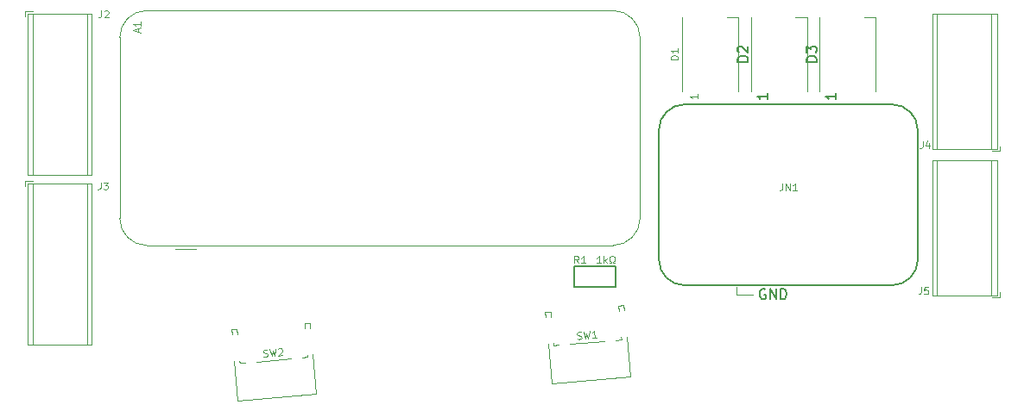
<source format=gbr>
%TF.GenerationSoftware,KiCad,Pcbnew,(5.1.10-1-10_14)*%
%TF.CreationDate,2021-07-05T16:23:29+02:00*%
%TF.ProjectId,cablebot_controller,6361626c-6562-46f7-945f-636f6e74726f,rev?*%
%TF.SameCoordinates,Original*%
%TF.FileFunction,Legend,Top*%
%TF.FilePolarity,Positive*%
%FSLAX46Y46*%
G04 Gerber Fmt 4.6, Leading zero omitted, Abs format (unit mm)*
G04 Created by KiCad (PCBNEW (5.1.10-1-10_14)) date 2021-07-05 16:23:29*
%MOMM*%
%LPD*%
G01*
G04 APERTURE LIST*
%ADD10C,0.120000*%
%ADD11C,0.150000*%
%ADD12C,0.127000*%
%ADD13C,0.100000*%
G04 APERTURE END LIST*
D10*
X150050000Y-80600000D02*
X151650000Y-80600000D01*
X150050000Y-79850000D02*
X150050000Y-80600000D01*
D11*
X152838095Y-80100000D02*
X152742857Y-80052380D01*
X152600000Y-80052380D01*
X152457142Y-80100000D01*
X152361904Y-80195238D01*
X152314285Y-80290476D01*
X152266666Y-80480952D01*
X152266666Y-80623809D01*
X152314285Y-80814285D01*
X152361904Y-80909523D01*
X152457142Y-81004761D01*
X152600000Y-81052380D01*
X152695238Y-81052380D01*
X152838095Y-81004761D01*
X152885714Y-80957142D01*
X152885714Y-80623809D01*
X152695238Y-80623809D01*
X153314285Y-81052380D02*
X153314285Y-80052380D01*
X153885714Y-81052380D01*
X153885714Y-80052380D01*
X154361904Y-81052380D02*
X154361904Y-80052380D01*
X154600000Y-80052380D01*
X154742857Y-80100000D01*
X154838095Y-80195238D01*
X154885714Y-80290476D01*
X154933333Y-80480952D01*
X154933333Y-80623809D01*
X154885714Y-80814285D01*
X154838095Y-80909523D01*
X154742857Y-81004761D01*
X154600000Y-81052380D01*
X154361904Y-81052380D01*
D10*
%TO.C,D3*%
X158175000Y-60625000D02*
X158175000Y-53325000D01*
X163675000Y-60625000D02*
X163675000Y-53325000D01*
X163675000Y-53325000D02*
X162525000Y-53325000D01*
%TO.C,D2*%
X151437500Y-60625000D02*
X151437500Y-53325000D01*
X156937500Y-60625000D02*
X156937500Y-53325000D01*
X156937500Y-53325000D02*
X155787500Y-53325000D01*
%TO.C,SW2*%
X106317552Y-86881627D02*
X102930490Y-87177956D01*
X107951311Y-86738691D02*
X107413366Y-86785755D01*
X100532059Y-84546982D02*
X100487609Y-84038922D01*
X101005630Y-83993601D02*
X100487609Y-84038922D01*
X101050080Y-84501661D02*
X101005630Y-83993601D01*
X101834676Y-87273828D02*
X101296731Y-87320892D01*
X108222682Y-83874139D02*
X108178232Y-83366080D01*
X107704660Y-83919460D02*
X107660211Y-83411401D01*
X101296731Y-87320892D02*
X101276685Y-87091767D01*
X108789194Y-90349405D02*
X108449287Y-86464246D01*
X108178232Y-83366080D02*
X107660211Y-83411401D01*
X101098571Y-91022247D02*
X100758664Y-87137088D01*
X108789194Y-90349405D02*
X101098571Y-91022247D01*
X107951311Y-86738691D02*
X107931265Y-86509567D01*
%TO.C,A1*%
X92190000Y-75770000D02*
X137910000Y-75770000D01*
X92190000Y-52690000D02*
X137910000Y-52690000D01*
X140560000Y-55340000D02*
X140560000Y-73120000D01*
X89540000Y-55340000D02*
X89540000Y-73120000D01*
X97000000Y-76090000D02*
X95000000Y-76090000D01*
X89540000Y-55340000D02*
G75*
G02*
X92190000Y-52690000I2650000J0D01*
G01*
X92190000Y-75770000D02*
G75*
G02*
X89540000Y-73120000I0J2650000D01*
G01*
X137910000Y-52690000D02*
G75*
G02*
X140560000Y-55340000I0J-2650000D01*
G01*
X140560000Y-73120000D02*
G75*
G02*
X137910000Y-75770000I-2650000J0D01*
G01*
%TO.C,J5*%
X175000000Y-80660000D02*
X175000000Y-67380000D01*
X169700000Y-80660000D02*
X169700000Y-67380000D01*
X169240000Y-80660000D02*
X169240000Y-67380000D01*
X175560000Y-80660000D02*
X175560000Y-67380000D01*
X169240000Y-80660000D02*
X175560000Y-80660000D01*
X169240000Y-67380000D02*
X175560000Y-67380000D01*
X175060000Y-80900000D02*
X175800000Y-80900000D01*
X175800000Y-80900000D02*
X175800000Y-80400000D01*
%TO.C,J4*%
X175000000Y-66270000D02*
X175000000Y-52990000D01*
X169700000Y-66270000D02*
X169700000Y-52990000D01*
X169240000Y-66270000D02*
X169240000Y-52990000D01*
X175560000Y-66270000D02*
X175560000Y-52990000D01*
X169240000Y-66270000D02*
X175560000Y-66270000D01*
X169240000Y-52990000D02*
X175560000Y-52990000D01*
X175060000Y-66510000D02*
X175800000Y-66510000D01*
X175800000Y-66510000D02*
X175800000Y-66010000D01*
%TO.C,J3*%
X81050000Y-69690000D02*
X81050000Y-85510000D01*
X86350000Y-69690000D02*
X86350000Y-85510000D01*
X86810000Y-69690000D02*
X86810000Y-85510000D01*
X80490000Y-69690000D02*
X80490000Y-85510000D01*
X86810000Y-69690000D02*
X80490000Y-69690000D01*
X86810000Y-85510000D02*
X80490000Y-85510000D01*
X80990000Y-69450000D02*
X80250000Y-69450000D01*
X80250000Y-69450000D02*
X80250000Y-69950000D01*
%TO.C,J2*%
X81050000Y-53015000D02*
X81050000Y-68835000D01*
X86350000Y-53015000D02*
X86350000Y-68835000D01*
X86810000Y-53015000D02*
X86810000Y-68835000D01*
X80490000Y-53015000D02*
X80490000Y-68835000D01*
X86810000Y-53015000D02*
X80490000Y-53015000D01*
X86810000Y-68835000D02*
X80490000Y-68835000D01*
X80990000Y-52775000D02*
X80250000Y-52775000D01*
X80250000Y-52775000D02*
X80250000Y-53275000D01*
%TO.C,SW1*%
X138726311Y-85013691D02*
X138706265Y-84784567D01*
X139564194Y-88624405D02*
X131873571Y-89297247D01*
X131873571Y-89297247D02*
X131533664Y-85412088D01*
X138953232Y-81641080D02*
X138435211Y-81686401D01*
X139564194Y-88624405D02*
X139224287Y-84739246D01*
X132071731Y-85595892D02*
X132051685Y-85366767D01*
X138479660Y-82194460D02*
X138435211Y-81686401D01*
X138997682Y-82149139D02*
X138953232Y-81641080D01*
X132609676Y-85548828D02*
X132071731Y-85595892D01*
X131825080Y-82776661D02*
X131780630Y-82268601D01*
X131780630Y-82268601D02*
X131262609Y-82313922D01*
X131307059Y-82821982D02*
X131262609Y-82313922D01*
X138726311Y-85013691D02*
X138188366Y-85060755D01*
X137092552Y-85156627D02*
X133705490Y-85452956D01*
D12*
%TO.C,R1*%
X138132000Y-79816000D02*
X134068000Y-79816000D01*
X134068000Y-79816000D02*
X134068000Y-77784000D01*
X134068000Y-77784000D02*
X138132000Y-77784000D01*
X138132000Y-77784000D02*
X138132000Y-79816000D01*
D11*
%TO.C,JN1*%
X144940000Y-79690000D02*
X165260000Y-79690000D01*
X165260000Y-61910000D02*
X144940000Y-61910000D01*
X167800000Y-64450000D02*
X167800000Y-77150000D01*
X142400000Y-64450000D02*
X142400000Y-77150000D01*
X165260000Y-61910000D02*
G75*
G02*
X167800000Y-64450000I0J-2540000D01*
G01*
X142400000Y-64450000D02*
G75*
G02*
X144940000Y-61910000I2540000J0D01*
G01*
X167800000Y-77150000D02*
G75*
G02*
X165260000Y-79690000I-2540000J0D01*
G01*
X144940000Y-79690000D02*
G75*
G02*
X142400000Y-77150000I0J2540000D01*
G01*
D10*
%TO.C,D1*%
X144700000Y-60625000D02*
X144700000Y-53325000D01*
X150200000Y-60625000D02*
X150200000Y-53325000D01*
X150200000Y-53325000D02*
X149050000Y-53325000D01*
%TO.C,D3*%
D11*
X157877380Y-57713095D02*
X156877380Y-57713095D01*
X156877380Y-57475000D01*
X156925000Y-57332142D01*
X157020238Y-57236904D01*
X157115476Y-57189285D01*
X157305952Y-57141666D01*
X157448809Y-57141666D01*
X157639285Y-57189285D01*
X157734523Y-57236904D01*
X157829761Y-57332142D01*
X157877380Y-57475000D01*
X157877380Y-57713095D01*
X156877380Y-56808333D02*
X156877380Y-56189285D01*
X157258333Y-56522619D01*
X157258333Y-56379761D01*
X157305952Y-56284523D01*
X157353571Y-56236904D01*
X157448809Y-56189285D01*
X157686904Y-56189285D01*
X157782142Y-56236904D01*
X157829761Y-56284523D01*
X157877380Y-56379761D01*
X157877380Y-56665476D01*
X157829761Y-56760714D01*
X157782142Y-56808333D01*
X159777380Y-60839285D02*
X159777380Y-61410714D01*
X159777380Y-61125000D02*
X158777380Y-61125000D01*
X158920238Y-61220238D01*
X159015476Y-61315476D01*
X159063095Y-61410714D01*
%TO.C,D2*%
X151139880Y-57713095D02*
X150139880Y-57713095D01*
X150139880Y-57475000D01*
X150187500Y-57332142D01*
X150282738Y-57236904D01*
X150377976Y-57189285D01*
X150568452Y-57141666D01*
X150711309Y-57141666D01*
X150901785Y-57189285D01*
X150997023Y-57236904D01*
X151092261Y-57332142D01*
X151139880Y-57475000D01*
X151139880Y-57713095D01*
X150235119Y-56760714D02*
X150187500Y-56713095D01*
X150139880Y-56617857D01*
X150139880Y-56379761D01*
X150187500Y-56284523D01*
X150235119Y-56236904D01*
X150330357Y-56189285D01*
X150425595Y-56189285D01*
X150568452Y-56236904D01*
X151139880Y-56808333D01*
X151139880Y-56189285D01*
X153039880Y-60839285D02*
X153039880Y-61410714D01*
X153039880Y-61125000D02*
X152039880Y-61125000D01*
X152182738Y-61220238D01*
X152277976Y-61315476D01*
X152325595Y-61410714D01*
%TO.C,SW2*%
D13*
X103657052Y-86686093D02*
X103759577Y-86710584D01*
X103925609Y-86696058D01*
X103989117Y-86657041D01*
X104019418Y-86620929D01*
X104046814Y-86551611D01*
X104041004Y-86485198D01*
X104001987Y-86421690D01*
X103965875Y-86391389D01*
X103896557Y-86363993D01*
X103760826Y-86342407D01*
X103691508Y-86315011D01*
X103655396Y-86284710D01*
X103616379Y-86221202D01*
X103610569Y-86154789D01*
X103637965Y-86085471D01*
X103668266Y-86049359D01*
X103731774Y-86010342D01*
X103897806Y-85995817D01*
X104000331Y-86020307D01*
X104229871Y-85966765D02*
X104456913Y-86649575D01*
X104546161Y-86139857D01*
X104722565Y-86626333D01*
X104827588Y-85914471D01*
X105065844Y-85960548D02*
X105096145Y-85924436D01*
X105159653Y-85885419D01*
X105325686Y-85870893D01*
X105395004Y-85898289D01*
X105431115Y-85928591D01*
X105470132Y-85992098D01*
X105475943Y-86058511D01*
X105451452Y-86161036D01*
X105087836Y-86594376D01*
X105519521Y-86556609D01*
%TO.C,A1*%
X91366666Y-54800000D02*
X91366666Y-54466666D01*
X91566666Y-54866666D02*
X90866666Y-54633333D01*
X91566666Y-54400000D01*
X91566666Y-53800000D02*
X91566666Y-54200000D01*
X91566666Y-54000000D02*
X90866666Y-54000000D01*
X90966666Y-54066666D01*
X91033333Y-54133333D01*
X91066666Y-54200000D01*
%TO.C,J5*%
X168116666Y-79866666D02*
X168116666Y-80366666D01*
X168083333Y-80466666D01*
X168016666Y-80533333D01*
X167916666Y-80566666D01*
X167850000Y-80566666D01*
X168783333Y-79866666D02*
X168450000Y-79866666D01*
X168416666Y-80200000D01*
X168450000Y-80166666D01*
X168516666Y-80133333D01*
X168683333Y-80133333D01*
X168750000Y-80166666D01*
X168783333Y-80200000D01*
X168816666Y-80266666D01*
X168816666Y-80433333D01*
X168783333Y-80500000D01*
X168750000Y-80533333D01*
X168683333Y-80566666D01*
X168516666Y-80566666D01*
X168450000Y-80533333D01*
X168416666Y-80500000D01*
%TO.C,J4*%
X168266666Y-65516666D02*
X168266666Y-66016666D01*
X168233333Y-66116666D01*
X168166666Y-66183333D01*
X168066666Y-66216666D01*
X168000000Y-66216666D01*
X168900000Y-65750000D02*
X168900000Y-66216666D01*
X168733333Y-65483333D02*
X168566666Y-65983333D01*
X169000000Y-65983333D01*
%TO.C,J3*%
X87666666Y-69566666D02*
X87666666Y-70066666D01*
X87633333Y-70166666D01*
X87566666Y-70233333D01*
X87466666Y-70266666D01*
X87400000Y-70266666D01*
X87933333Y-69566666D02*
X88366666Y-69566666D01*
X88133333Y-69833333D01*
X88233333Y-69833333D01*
X88300000Y-69866666D01*
X88333333Y-69900000D01*
X88366666Y-69966666D01*
X88366666Y-70133333D01*
X88333333Y-70200000D01*
X88300000Y-70233333D01*
X88233333Y-70266666D01*
X88033333Y-70266666D01*
X87966666Y-70233333D01*
X87933333Y-70200000D01*
%TO.C,J2*%
X87741666Y-52691666D02*
X87741666Y-53191666D01*
X87708333Y-53291666D01*
X87641666Y-53358333D01*
X87541666Y-53391666D01*
X87475000Y-53391666D01*
X88041666Y-52758333D02*
X88075000Y-52725000D01*
X88141666Y-52691666D01*
X88308333Y-52691666D01*
X88375000Y-52725000D01*
X88408333Y-52758333D01*
X88441666Y-52825000D01*
X88441666Y-52891666D01*
X88408333Y-52991666D01*
X88008333Y-53391666D01*
X88441666Y-53391666D01*
%TO.C,SW1*%
X134432052Y-84961093D02*
X134534577Y-84985584D01*
X134700609Y-84971058D01*
X134764117Y-84932041D01*
X134794418Y-84895929D01*
X134821814Y-84826611D01*
X134816004Y-84760198D01*
X134776987Y-84696690D01*
X134740875Y-84666389D01*
X134671557Y-84638993D01*
X134535826Y-84617407D01*
X134466508Y-84590011D01*
X134430396Y-84559710D01*
X134391379Y-84496202D01*
X134385569Y-84429789D01*
X134412965Y-84360471D01*
X134443266Y-84324359D01*
X134506774Y-84285342D01*
X134672806Y-84270817D01*
X134775331Y-84295307D01*
X135004871Y-84241765D02*
X135231913Y-84924575D01*
X135321161Y-84414857D01*
X135497565Y-84901333D01*
X135602588Y-84189471D01*
X136294521Y-84831609D02*
X135896043Y-84866471D01*
X136095282Y-84849040D02*
X136034273Y-84151704D01*
X135976575Y-84257134D01*
X135915973Y-84329357D01*
X135852465Y-84368374D01*
%TO.C,R1*%
X134533333Y-77516666D02*
X134300000Y-77183333D01*
X134133333Y-77516666D02*
X134133333Y-76816666D01*
X134400000Y-76816666D01*
X134466666Y-76850000D01*
X134500000Y-76883333D01*
X134533333Y-76950000D01*
X134533333Y-77050000D01*
X134500000Y-77116666D01*
X134466666Y-77150000D01*
X134400000Y-77183333D01*
X134133333Y-77183333D01*
X135200000Y-77516666D02*
X134800000Y-77516666D01*
X135000000Y-77516666D02*
X135000000Y-76816666D01*
X134933333Y-76916666D01*
X134866666Y-76983333D01*
X134800000Y-77016666D01*
X136716666Y-77516666D02*
X136316666Y-77516666D01*
X136516666Y-77516666D02*
X136516666Y-76816666D01*
X136450000Y-76916666D01*
X136383333Y-76983333D01*
X136316666Y-77016666D01*
X137016666Y-77516666D02*
X137016666Y-76816666D01*
X137083333Y-77250000D02*
X137283333Y-77516666D01*
X137283333Y-77050000D02*
X137016666Y-77316666D01*
X137550000Y-77516666D02*
X137716666Y-77516666D01*
X137716666Y-77383333D01*
X137650000Y-77350000D01*
X137583333Y-77283333D01*
X137550000Y-77183333D01*
X137550000Y-77016666D01*
X137583333Y-76916666D01*
X137650000Y-76850000D01*
X137750000Y-76816666D01*
X137883333Y-76816666D01*
X137983333Y-76850000D01*
X138050000Y-76916666D01*
X138083333Y-77016666D01*
X138083333Y-77183333D01*
X138050000Y-77283333D01*
X137983333Y-77350000D01*
X137916666Y-77383333D01*
X137916666Y-77516666D01*
X138083333Y-77516666D01*
%TO.C,JN1*%
X154500000Y-69654666D02*
X154500000Y-70154666D01*
X154466666Y-70254666D01*
X154400000Y-70321333D01*
X154300000Y-70354666D01*
X154233333Y-70354666D01*
X154833333Y-70354666D02*
X154833333Y-69654666D01*
X155233333Y-70354666D01*
X155233333Y-69654666D01*
X155933333Y-70354666D02*
X155533333Y-70354666D01*
X155733333Y-70354666D02*
X155733333Y-69654666D01*
X155666666Y-69754666D01*
X155600000Y-69821333D01*
X155533333Y-69854666D01*
%TO.C,D1*%
X144266666Y-57491666D02*
X143566666Y-57491666D01*
X143566666Y-57325000D01*
X143600000Y-57225000D01*
X143666666Y-57158333D01*
X143733333Y-57125000D01*
X143866666Y-57091666D01*
X143966666Y-57091666D01*
X144100000Y-57125000D01*
X144166666Y-57158333D01*
X144233333Y-57225000D01*
X144266666Y-57325000D01*
X144266666Y-57491666D01*
X144266666Y-56425000D02*
X144266666Y-56825000D01*
X144266666Y-56625000D02*
X143566666Y-56625000D01*
X143666666Y-56691666D01*
X143733333Y-56758333D01*
X143766666Y-56825000D01*
X146166666Y-60925000D02*
X146166666Y-61325000D01*
X146166666Y-61125000D02*
X145466666Y-61125000D01*
X145566666Y-61191666D01*
X145633333Y-61258333D01*
X145666666Y-61325000D01*
%TD*%
M02*

</source>
